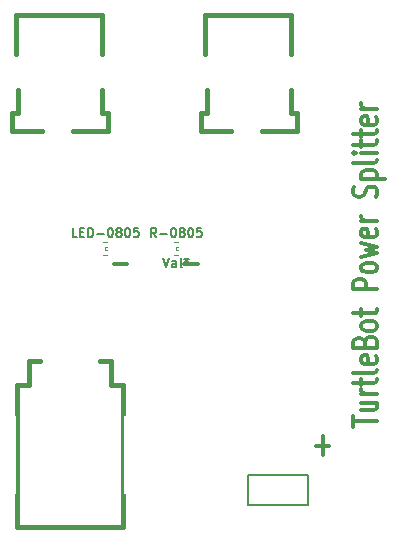
<source format=gto>
G04 (created by PCBNEW-RS274X (2011-05-25)-stable) date Wed 01 Feb 2012 12:44:35 PM EST*
G01*
G70*
G90*
%MOIN*%
G04 Gerber Fmt 3.4, Leading zero omitted, Abs format*
%FSLAX34Y34*%
G04 APERTURE LIST*
%ADD10C,0.006000*%
%ADD11C,0.012000*%
%ADD12C,0.002600*%
%ADD13C,0.004000*%
%ADD14C,0.002000*%
%ADD15C,0.015000*%
%ADD16C,0.005000*%
%ADD17C,0.010000*%
%ADD18R,0.067200X0.067200*%
%ADD19R,0.149900X0.193200*%
%ADD20R,0.173500X0.264100*%
%ADD21C,0.090900*%
%ADD22C,0.170000*%
%ADD23R,0.070000X0.135000*%
%ADD24R,0.155000X0.085000*%
%ADD25R,0.080000X0.080000*%
%ADD26C,0.080000*%
G04 APERTURE END LIST*
G54D10*
G54D11*
X48024Y-44885D02*
X48024Y-44542D01*
X48824Y-44713D02*
X48024Y-44713D01*
X48290Y-44085D02*
X48824Y-44085D01*
X48290Y-44342D02*
X48710Y-44342D01*
X48786Y-44314D01*
X48824Y-44256D01*
X48824Y-44171D01*
X48786Y-44114D01*
X48748Y-44085D01*
X48824Y-43799D02*
X48290Y-43799D01*
X48443Y-43799D02*
X48367Y-43771D01*
X48329Y-43742D01*
X48290Y-43685D01*
X48290Y-43628D01*
X48290Y-43514D02*
X48290Y-43285D01*
X48024Y-43428D02*
X48710Y-43428D01*
X48786Y-43400D01*
X48824Y-43342D01*
X48824Y-43285D01*
X48824Y-42999D02*
X48786Y-43057D01*
X48710Y-43085D01*
X48024Y-43085D01*
X48786Y-42543D02*
X48824Y-42600D01*
X48824Y-42714D01*
X48786Y-42771D01*
X48710Y-42800D01*
X48405Y-42800D01*
X48329Y-42771D01*
X48290Y-42714D01*
X48290Y-42600D01*
X48329Y-42543D01*
X48405Y-42514D01*
X48481Y-42514D01*
X48557Y-42800D01*
X48405Y-42057D02*
X48443Y-41971D01*
X48481Y-41943D01*
X48557Y-41914D01*
X48671Y-41914D01*
X48748Y-41943D01*
X48786Y-41971D01*
X48824Y-42029D01*
X48824Y-42257D01*
X48024Y-42257D01*
X48024Y-42057D01*
X48062Y-42000D01*
X48100Y-41971D01*
X48176Y-41943D01*
X48252Y-41943D01*
X48329Y-41971D01*
X48367Y-42000D01*
X48405Y-42057D01*
X48405Y-42257D01*
X48824Y-41571D02*
X48786Y-41629D01*
X48748Y-41657D01*
X48671Y-41686D01*
X48443Y-41686D01*
X48367Y-41657D01*
X48329Y-41629D01*
X48290Y-41571D01*
X48290Y-41486D01*
X48329Y-41429D01*
X48367Y-41400D01*
X48443Y-41371D01*
X48671Y-41371D01*
X48748Y-41400D01*
X48786Y-41429D01*
X48824Y-41486D01*
X48824Y-41571D01*
X48290Y-41200D02*
X48290Y-40971D01*
X48024Y-41114D02*
X48710Y-41114D01*
X48786Y-41086D01*
X48824Y-41028D01*
X48824Y-40971D01*
X48824Y-40314D02*
X48024Y-40314D01*
X48024Y-40086D01*
X48062Y-40028D01*
X48100Y-40000D01*
X48176Y-39971D01*
X48290Y-39971D01*
X48367Y-40000D01*
X48405Y-40028D01*
X48443Y-40086D01*
X48443Y-40314D01*
X48824Y-39628D02*
X48786Y-39686D01*
X48748Y-39714D01*
X48671Y-39743D01*
X48443Y-39743D01*
X48367Y-39714D01*
X48329Y-39686D01*
X48290Y-39628D01*
X48290Y-39543D01*
X48329Y-39486D01*
X48367Y-39457D01*
X48443Y-39428D01*
X48671Y-39428D01*
X48748Y-39457D01*
X48786Y-39486D01*
X48824Y-39543D01*
X48824Y-39628D01*
X48290Y-39228D02*
X48824Y-39114D01*
X48443Y-39000D01*
X48824Y-38885D01*
X48290Y-38771D01*
X48786Y-38314D02*
X48824Y-38371D01*
X48824Y-38485D01*
X48786Y-38542D01*
X48710Y-38571D01*
X48405Y-38571D01*
X48329Y-38542D01*
X48290Y-38485D01*
X48290Y-38371D01*
X48329Y-38314D01*
X48405Y-38285D01*
X48481Y-38285D01*
X48557Y-38571D01*
X48824Y-38028D02*
X48290Y-38028D01*
X48443Y-38028D02*
X48367Y-38000D01*
X48329Y-37971D01*
X48290Y-37914D01*
X48290Y-37857D01*
X48786Y-37229D02*
X48824Y-37143D01*
X48824Y-37000D01*
X48786Y-36943D01*
X48748Y-36914D01*
X48671Y-36886D01*
X48595Y-36886D01*
X48519Y-36914D01*
X48481Y-36943D01*
X48443Y-37000D01*
X48405Y-37114D01*
X48367Y-37172D01*
X48329Y-37200D01*
X48252Y-37229D01*
X48176Y-37229D01*
X48100Y-37200D01*
X48062Y-37172D01*
X48024Y-37114D01*
X48024Y-36972D01*
X48062Y-36886D01*
X48290Y-36629D02*
X49090Y-36629D01*
X48329Y-36629D02*
X48290Y-36572D01*
X48290Y-36458D01*
X48329Y-36401D01*
X48367Y-36372D01*
X48443Y-36343D01*
X48671Y-36343D01*
X48748Y-36372D01*
X48786Y-36401D01*
X48824Y-36458D01*
X48824Y-36572D01*
X48786Y-36629D01*
X48824Y-36000D02*
X48786Y-36058D01*
X48710Y-36086D01*
X48024Y-36086D01*
X48824Y-35772D02*
X48290Y-35772D01*
X48024Y-35772D02*
X48062Y-35801D01*
X48100Y-35772D01*
X48062Y-35744D01*
X48024Y-35772D01*
X48100Y-35772D01*
X48290Y-35572D02*
X48290Y-35343D01*
X48024Y-35486D02*
X48710Y-35486D01*
X48786Y-35458D01*
X48824Y-35400D01*
X48824Y-35343D01*
X48290Y-35229D02*
X48290Y-35000D01*
X48024Y-35143D02*
X48710Y-35143D01*
X48786Y-35115D01*
X48824Y-35057D01*
X48824Y-35000D01*
X48786Y-34572D02*
X48824Y-34629D01*
X48824Y-34743D01*
X48786Y-34800D01*
X48710Y-34829D01*
X48405Y-34829D01*
X48329Y-34800D01*
X48290Y-34743D01*
X48290Y-34629D01*
X48329Y-34572D01*
X48405Y-34543D01*
X48481Y-34543D01*
X48557Y-34829D01*
X48824Y-34286D02*
X48290Y-34286D01*
X48443Y-34286D02*
X48367Y-34258D01*
X48329Y-34229D01*
X48290Y-34172D01*
X48290Y-34115D01*
X46772Y-45519D02*
X47229Y-45519D01*
X47000Y-45824D02*
X47000Y-45214D01*
G54D12*
X42322Y-39063D02*
X42322Y-39191D01*
X42322Y-39191D02*
X42519Y-39191D01*
X42519Y-39063D02*
X42519Y-39191D01*
X42322Y-39063D02*
X42519Y-39063D01*
X42322Y-38818D02*
X42322Y-38877D01*
X42322Y-38877D02*
X42421Y-38877D01*
X42421Y-38818D02*
X42421Y-38877D01*
X42322Y-38818D02*
X42421Y-38818D01*
X42322Y-39013D02*
X42322Y-39072D01*
X42322Y-39072D02*
X42421Y-39072D01*
X42421Y-39013D02*
X42421Y-39072D01*
X42322Y-39013D02*
X42421Y-39013D01*
X42322Y-38867D02*
X42322Y-39023D01*
X42322Y-39023D02*
X42391Y-39023D01*
X42391Y-38867D02*
X42391Y-39023D01*
X42322Y-38867D02*
X42391Y-38867D01*
X41733Y-39063D02*
X41733Y-39191D01*
X41733Y-39191D02*
X41930Y-39191D01*
X41930Y-39063D02*
X41930Y-39191D01*
X41733Y-39063D02*
X41930Y-39063D01*
X41733Y-38699D02*
X41733Y-38827D01*
X41733Y-38827D02*
X41930Y-38827D01*
X41930Y-38699D02*
X41930Y-38827D01*
X41733Y-38699D02*
X41930Y-38699D01*
X41831Y-39013D02*
X41831Y-39072D01*
X41831Y-39072D02*
X41930Y-39072D01*
X41930Y-39013D02*
X41930Y-39072D01*
X41831Y-39013D02*
X41930Y-39013D01*
X41831Y-38818D02*
X41831Y-38877D01*
X41831Y-38877D02*
X41930Y-38877D01*
X41930Y-38818D02*
X41930Y-38877D01*
X41831Y-38818D02*
X41930Y-38818D01*
X41861Y-38867D02*
X41861Y-39023D01*
X41861Y-39023D02*
X41930Y-39023D01*
X41930Y-38867D02*
X41930Y-39023D01*
X41861Y-38867D02*
X41930Y-38867D01*
X42126Y-38906D02*
X42126Y-38984D01*
X42126Y-38984D02*
X42204Y-38984D01*
X42204Y-38906D02*
X42204Y-38984D01*
X42126Y-38906D02*
X42204Y-38906D01*
X42322Y-38709D02*
X42322Y-38827D01*
X42322Y-38827D02*
X42440Y-38827D01*
X42440Y-38709D02*
X42440Y-38827D01*
X42322Y-38709D02*
X42440Y-38709D01*
X42490Y-38699D02*
X42490Y-38788D01*
X42490Y-38788D02*
X42519Y-38788D01*
X42519Y-38699D02*
X42519Y-38788D01*
X42490Y-38699D02*
X42519Y-38699D01*
G54D13*
X42332Y-39171D02*
X41920Y-39171D01*
X41930Y-38719D02*
X42490Y-38719D01*
G54D14*
X42488Y-38768D02*
X42487Y-38773D01*
X42485Y-38778D01*
X42483Y-38783D01*
X42479Y-38787D01*
X42475Y-38791D01*
X42470Y-38793D01*
X42465Y-38795D01*
X42460Y-38795D01*
X42455Y-38795D01*
X42450Y-38793D01*
X42445Y-38791D01*
X42441Y-38788D01*
X42437Y-38783D01*
X42435Y-38779D01*
X42433Y-38773D01*
X42433Y-38768D01*
X42433Y-38763D01*
X42434Y-38758D01*
X42437Y-38753D01*
X42440Y-38749D01*
X42445Y-38746D01*
X42449Y-38743D01*
X42454Y-38741D01*
X42460Y-38741D01*
X42464Y-38741D01*
X42470Y-38742D01*
X42475Y-38745D01*
X42479Y-38748D01*
X42482Y-38752D01*
X42485Y-38757D01*
X42487Y-38762D01*
X42487Y-38768D01*
X42488Y-38768D01*
G54D13*
X42519Y-38808D02*
X42508Y-38809D01*
X42496Y-38811D01*
X42484Y-38813D01*
X42473Y-38817D01*
X42462Y-38821D01*
X42451Y-38827D01*
X42441Y-38833D01*
X42431Y-38841D01*
X42423Y-38849D01*
X42415Y-38857D01*
X42407Y-38867D01*
X42401Y-38877D01*
X42395Y-38888D01*
X42391Y-38899D01*
X42387Y-38910D01*
X42385Y-38922D01*
X42383Y-38934D01*
X42382Y-38945D01*
X42383Y-38956D01*
X42385Y-38968D01*
X42387Y-38980D01*
X42391Y-38991D01*
X42395Y-39002D01*
X42401Y-39013D01*
X42407Y-39023D01*
X42415Y-39033D01*
X42423Y-39041D01*
X42431Y-39049D01*
X42441Y-39057D01*
X42451Y-39063D01*
X42462Y-39069D01*
X42473Y-39073D01*
X42484Y-39077D01*
X42496Y-39079D01*
X42508Y-39081D01*
X42519Y-39082D01*
X41733Y-39082D02*
X41744Y-39081D01*
X41756Y-39079D01*
X41768Y-39077D01*
X41779Y-39073D01*
X41790Y-39069D01*
X41801Y-39063D01*
X41811Y-39057D01*
X41821Y-39049D01*
X41829Y-39041D01*
X41837Y-39033D01*
X41845Y-39023D01*
X41851Y-39013D01*
X41857Y-39002D01*
X41861Y-38991D01*
X41865Y-38980D01*
X41867Y-38968D01*
X41869Y-38956D01*
X41870Y-38945D01*
X41869Y-38934D01*
X41867Y-38922D01*
X41865Y-38910D01*
X41861Y-38899D01*
X41857Y-38888D01*
X41851Y-38877D01*
X41845Y-38867D01*
X41837Y-38857D01*
X41829Y-38849D01*
X41821Y-38841D01*
X41811Y-38833D01*
X41801Y-38827D01*
X41790Y-38821D01*
X41779Y-38817D01*
X41768Y-38813D01*
X41756Y-38811D01*
X41744Y-38809D01*
X41733Y-38808D01*
G54D12*
X39960Y-39063D02*
X39960Y-39191D01*
X39960Y-39191D02*
X40157Y-39191D01*
X40157Y-39063D02*
X40157Y-39191D01*
X39960Y-39063D02*
X40157Y-39063D01*
X39960Y-38818D02*
X39960Y-38877D01*
X39960Y-38877D02*
X40059Y-38877D01*
X40059Y-38818D02*
X40059Y-38877D01*
X39960Y-38818D02*
X40059Y-38818D01*
X39960Y-39013D02*
X39960Y-39072D01*
X39960Y-39072D02*
X40059Y-39072D01*
X40059Y-39013D02*
X40059Y-39072D01*
X39960Y-39013D02*
X40059Y-39013D01*
X39960Y-38867D02*
X39960Y-39023D01*
X39960Y-39023D02*
X40029Y-39023D01*
X40029Y-38867D02*
X40029Y-39023D01*
X39960Y-38867D02*
X40029Y-38867D01*
X39371Y-39063D02*
X39371Y-39191D01*
X39371Y-39191D02*
X39568Y-39191D01*
X39568Y-39063D02*
X39568Y-39191D01*
X39371Y-39063D02*
X39568Y-39063D01*
X39371Y-38699D02*
X39371Y-38827D01*
X39371Y-38827D02*
X39568Y-38827D01*
X39568Y-38699D02*
X39568Y-38827D01*
X39371Y-38699D02*
X39568Y-38699D01*
X39469Y-39013D02*
X39469Y-39072D01*
X39469Y-39072D02*
X39568Y-39072D01*
X39568Y-39013D02*
X39568Y-39072D01*
X39469Y-39013D02*
X39568Y-39013D01*
X39469Y-38818D02*
X39469Y-38877D01*
X39469Y-38877D02*
X39568Y-38877D01*
X39568Y-38818D02*
X39568Y-38877D01*
X39469Y-38818D02*
X39568Y-38818D01*
X39499Y-38867D02*
X39499Y-39023D01*
X39499Y-39023D02*
X39568Y-39023D01*
X39568Y-38867D02*
X39568Y-39023D01*
X39499Y-38867D02*
X39568Y-38867D01*
X39764Y-38906D02*
X39764Y-38984D01*
X39764Y-38984D02*
X39842Y-38984D01*
X39842Y-38906D02*
X39842Y-38984D01*
X39764Y-38906D02*
X39842Y-38906D01*
X39960Y-38709D02*
X39960Y-38827D01*
X39960Y-38827D02*
X40078Y-38827D01*
X40078Y-38709D02*
X40078Y-38827D01*
X39960Y-38709D02*
X40078Y-38709D01*
X40128Y-38699D02*
X40128Y-38788D01*
X40128Y-38788D02*
X40157Y-38788D01*
X40157Y-38699D02*
X40157Y-38788D01*
X40128Y-38699D02*
X40157Y-38699D01*
G54D13*
X39970Y-39171D02*
X39558Y-39171D01*
X39568Y-38719D02*
X40128Y-38719D01*
G54D14*
X40126Y-38768D02*
X40125Y-38773D01*
X40123Y-38778D01*
X40121Y-38783D01*
X40117Y-38787D01*
X40113Y-38791D01*
X40108Y-38793D01*
X40103Y-38795D01*
X40098Y-38795D01*
X40093Y-38795D01*
X40088Y-38793D01*
X40083Y-38791D01*
X40079Y-38788D01*
X40075Y-38783D01*
X40073Y-38779D01*
X40071Y-38773D01*
X40071Y-38768D01*
X40071Y-38763D01*
X40072Y-38758D01*
X40075Y-38753D01*
X40078Y-38749D01*
X40083Y-38746D01*
X40087Y-38743D01*
X40092Y-38741D01*
X40098Y-38741D01*
X40102Y-38741D01*
X40108Y-38742D01*
X40113Y-38745D01*
X40117Y-38748D01*
X40120Y-38752D01*
X40123Y-38757D01*
X40125Y-38762D01*
X40125Y-38768D01*
X40126Y-38768D01*
G54D13*
X40157Y-38808D02*
X40146Y-38809D01*
X40134Y-38811D01*
X40122Y-38813D01*
X40111Y-38817D01*
X40100Y-38821D01*
X40089Y-38827D01*
X40079Y-38833D01*
X40069Y-38841D01*
X40061Y-38849D01*
X40053Y-38857D01*
X40045Y-38867D01*
X40039Y-38877D01*
X40033Y-38888D01*
X40029Y-38899D01*
X40025Y-38910D01*
X40023Y-38922D01*
X40021Y-38934D01*
X40020Y-38945D01*
X40021Y-38956D01*
X40023Y-38968D01*
X40025Y-38980D01*
X40029Y-38991D01*
X40033Y-39002D01*
X40039Y-39013D01*
X40045Y-39023D01*
X40053Y-39033D01*
X40061Y-39041D01*
X40069Y-39049D01*
X40079Y-39057D01*
X40089Y-39063D01*
X40100Y-39069D01*
X40111Y-39073D01*
X40122Y-39077D01*
X40134Y-39079D01*
X40146Y-39081D01*
X40157Y-39082D01*
X39371Y-39082D02*
X39382Y-39081D01*
X39394Y-39079D01*
X39406Y-39077D01*
X39417Y-39073D01*
X39428Y-39069D01*
X39439Y-39063D01*
X39449Y-39057D01*
X39459Y-39049D01*
X39467Y-39041D01*
X39475Y-39033D01*
X39483Y-39023D01*
X39489Y-39013D01*
X39495Y-39002D01*
X39499Y-38991D01*
X39503Y-38980D01*
X39505Y-38968D01*
X39507Y-38956D01*
X39508Y-38945D01*
X39507Y-38934D01*
X39505Y-38922D01*
X39503Y-38910D01*
X39499Y-38899D01*
X39495Y-38888D01*
X39489Y-38877D01*
X39483Y-38867D01*
X39475Y-38857D01*
X39467Y-38849D01*
X39459Y-38841D01*
X39449Y-38833D01*
X39439Y-38827D01*
X39428Y-38821D01*
X39417Y-38817D01*
X39406Y-38813D01*
X39394Y-38811D01*
X39382Y-38809D01*
X39371Y-38808D01*
G54D15*
X39961Y-43503D02*
X40355Y-43503D01*
X40355Y-43503D02*
X40355Y-48228D01*
X36811Y-48228D02*
X36811Y-43503D01*
X36811Y-43503D02*
X37205Y-43503D01*
X37599Y-42716D02*
X37205Y-42716D01*
X37205Y-42716D02*
X37205Y-43503D01*
X39961Y-43503D02*
X39961Y-42716D01*
X39961Y-42716D02*
X39567Y-42716D01*
X36811Y-48228D02*
X40355Y-48228D01*
X44988Y-35021D02*
X46138Y-35021D01*
X46138Y-35021D02*
X46138Y-34421D01*
X46138Y-34421D02*
X45938Y-34421D01*
X45938Y-34421D02*
X45938Y-33671D01*
X43138Y-34421D02*
X43138Y-33671D01*
X43138Y-34421D02*
X42938Y-34421D01*
X42938Y-34421D02*
X42938Y-35021D01*
X42938Y-35021D02*
X43938Y-35021D01*
X43088Y-32471D02*
X43088Y-31171D01*
X43088Y-31171D02*
X45938Y-31171D01*
X45938Y-31171D02*
X45938Y-32471D01*
G54D10*
X44500Y-47500D02*
X44500Y-46500D01*
X44500Y-46500D02*
X46500Y-46500D01*
X46500Y-46500D02*
X46500Y-47500D01*
X46500Y-47500D02*
X44500Y-47500D01*
G54D15*
X38689Y-35021D02*
X39839Y-35021D01*
X39839Y-35021D02*
X39839Y-34421D01*
X39839Y-34421D02*
X39639Y-34421D01*
X39639Y-34421D02*
X39639Y-33671D01*
X36839Y-34421D02*
X36839Y-33671D01*
X36839Y-34421D02*
X36639Y-34421D01*
X36639Y-34421D02*
X36639Y-35021D01*
X36639Y-35021D02*
X37639Y-35021D01*
X36789Y-32471D02*
X36789Y-31171D01*
X36789Y-31171D02*
X39639Y-31171D01*
X39639Y-31171D02*
X39639Y-32471D01*
G54D16*
X41462Y-38566D02*
X41362Y-38424D01*
X41290Y-38566D02*
X41290Y-38266D01*
X41405Y-38266D01*
X41433Y-38281D01*
X41448Y-38295D01*
X41462Y-38324D01*
X41462Y-38366D01*
X41448Y-38395D01*
X41433Y-38409D01*
X41405Y-38424D01*
X41290Y-38424D01*
X41590Y-38452D02*
X41819Y-38452D01*
X42019Y-38266D02*
X42047Y-38266D01*
X42076Y-38281D01*
X42090Y-38295D01*
X42104Y-38324D01*
X42119Y-38381D01*
X42119Y-38452D01*
X42104Y-38509D01*
X42090Y-38538D01*
X42076Y-38552D01*
X42047Y-38566D01*
X42019Y-38566D01*
X41990Y-38552D01*
X41976Y-38538D01*
X41961Y-38509D01*
X41947Y-38452D01*
X41947Y-38381D01*
X41961Y-38324D01*
X41976Y-38295D01*
X41990Y-38281D01*
X42019Y-38266D01*
X42290Y-38395D02*
X42262Y-38381D01*
X42247Y-38366D01*
X42233Y-38338D01*
X42233Y-38324D01*
X42247Y-38295D01*
X42262Y-38281D01*
X42290Y-38266D01*
X42347Y-38266D01*
X42376Y-38281D01*
X42390Y-38295D01*
X42405Y-38324D01*
X42405Y-38338D01*
X42390Y-38366D01*
X42376Y-38381D01*
X42347Y-38395D01*
X42290Y-38395D01*
X42262Y-38409D01*
X42247Y-38424D01*
X42233Y-38452D01*
X42233Y-38509D01*
X42247Y-38538D01*
X42262Y-38552D01*
X42290Y-38566D01*
X42347Y-38566D01*
X42376Y-38552D01*
X42390Y-38538D01*
X42405Y-38509D01*
X42405Y-38452D01*
X42390Y-38424D01*
X42376Y-38409D01*
X42347Y-38395D01*
X42591Y-38266D02*
X42619Y-38266D01*
X42648Y-38281D01*
X42662Y-38295D01*
X42676Y-38324D01*
X42691Y-38381D01*
X42691Y-38452D01*
X42676Y-38509D01*
X42662Y-38538D01*
X42648Y-38552D01*
X42619Y-38566D01*
X42591Y-38566D01*
X42562Y-38552D01*
X42548Y-38538D01*
X42533Y-38509D01*
X42519Y-38452D01*
X42519Y-38381D01*
X42533Y-38324D01*
X42548Y-38295D01*
X42562Y-38281D01*
X42591Y-38266D01*
X42962Y-38266D02*
X42819Y-38266D01*
X42805Y-38409D01*
X42819Y-38395D01*
X42848Y-38381D01*
X42919Y-38381D01*
X42948Y-38395D01*
X42962Y-38409D01*
X42977Y-38438D01*
X42977Y-38509D01*
X42962Y-38538D01*
X42948Y-38552D01*
X42919Y-38566D01*
X42848Y-38566D01*
X42819Y-38552D01*
X42805Y-38538D01*
X41698Y-39266D02*
X41798Y-39566D01*
X41898Y-39266D01*
X42126Y-39566D02*
X42126Y-39409D01*
X42112Y-39381D01*
X42083Y-39366D01*
X42026Y-39366D01*
X41997Y-39381D01*
X42126Y-39552D02*
X42097Y-39566D01*
X42026Y-39566D01*
X41997Y-39552D01*
X41983Y-39524D01*
X41983Y-39495D01*
X41997Y-39466D01*
X42026Y-39452D01*
X42097Y-39452D01*
X42126Y-39438D01*
X42311Y-39566D02*
X42283Y-39552D01*
X42268Y-39524D01*
X42268Y-39266D01*
X42468Y-39266D02*
X42468Y-39338D01*
X42397Y-39309D02*
X42468Y-39338D01*
X42540Y-39309D01*
X42425Y-39395D02*
X42468Y-39338D01*
X42511Y-39395D01*
G54D11*
X42398Y-39459D02*
X42855Y-39459D01*
G54D16*
X38814Y-38566D02*
X38671Y-38566D01*
X38671Y-38266D01*
X38914Y-38409D02*
X39014Y-38409D01*
X39057Y-38566D02*
X38914Y-38566D01*
X38914Y-38266D01*
X39057Y-38266D01*
X39185Y-38566D02*
X39185Y-38266D01*
X39257Y-38266D01*
X39300Y-38281D01*
X39328Y-38309D01*
X39343Y-38338D01*
X39357Y-38395D01*
X39357Y-38438D01*
X39343Y-38495D01*
X39328Y-38524D01*
X39300Y-38552D01*
X39257Y-38566D01*
X39185Y-38566D01*
X39485Y-38452D02*
X39714Y-38452D01*
X39914Y-38266D02*
X39942Y-38266D01*
X39971Y-38281D01*
X39985Y-38295D01*
X39999Y-38324D01*
X40014Y-38381D01*
X40014Y-38452D01*
X39999Y-38509D01*
X39985Y-38538D01*
X39971Y-38552D01*
X39942Y-38566D01*
X39914Y-38566D01*
X39885Y-38552D01*
X39871Y-38538D01*
X39856Y-38509D01*
X39842Y-38452D01*
X39842Y-38381D01*
X39856Y-38324D01*
X39871Y-38295D01*
X39885Y-38281D01*
X39914Y-38266D01*
X40185Y-38395D02*
X40157Y-38381D01*
X40142Y-38366D01*
X40128Y-38338D01*
X40128Y-38324D01*
X40142Y-38295D01*
X40157Y-38281D01*
X40185Y-38266D01*
X40242Y-38266D01*
X40271Y-38281D01*
X40285Y-38295D01*
X40300Y-38324D01*
X40300Y-38338D01*
X40285Y-38366D01*
X40271Y-38381D01*
X40242Y-38395D01*
X40185Y-38395D01*
X40157Y-38409D01*
X40142Y-38424D01*
X40128Y-38452D01*
X40128Y-38509D01*
X40142Y-38538D01*
X40157Y-38552D01*
X40185Y-38566D01*
X40242Y-38566D01*
X40271Y-38552D01*
X40285Y-38538D01*
X40300Y-38509D01*
X40300Y-38452D01*
X40285Y-38424D01*
X40271Y-38409D01*
X40242Y-38395D01*
X40486Y-38266D02*
X40514Y-38266D01*
X40543Y-38281D01*
X40557Y-38295D01*
X40571Y-38324D01*
X40586Y-38381D01*
X40586Y-38452D01*
X40571Y-38509D01*
X40557Y-38538D01*
X40543Y-38552D01*
X40514Y-38566D01*
X40486Y-38566D01*
X40457Y-38552D01*
X40443Y-38538D01*
X40428Y-38509D01*
X40414Y-38452D01*
X40414Y-38381D01*
X40428Y-38324D01*
X40443Y-38295D01*
X40457Y-38281D01*
X40486Y-38266D01*
X40857Y-38266D02*
X40714Y-38266D01*
X40700Y-38409D01*
X40714Y-38395D01*
X40743Y-38381D01*
X40814Y-38381D01*
X40843Y-38395D01*
X40857Y-38409D01*
X40872Y-38438D01*
X40872Y-38509D01*
X40857Y-38538D01*
X40843Y-38552D01*
X40814Y-38566D01*
X40743Y-38566D01*
X40714Y-38552D01*
X40700Y-38538D01*
G54D11*
X40036Y-39459D02*
X40493Y-39459D01*
G54D17*
G54D16*
G54D11*
G54D10*
G54D16*
G54D11*
%LPC*%
G54D18*
X41713Y-38945D03*
X42539Y-38945D03*
X39351Y-38945D03*
X40177Y-38945D03*
G54D19*
X38583Y-42126D03*
G54D20*
X35906Y-45826D03*
X41260Y-45826D03*
G54D21*
X38583Y-47047D03*
G54D22*
X33662Y-32480D03*
X48819Y-32480D03*
X48780Y-47226D03*
X33662Y-47244D03*
G54D23*
X44488Y-35221D03*
X44488Y-37021D03*
G54D24*
X43038Y-33071D03*
X45938Y-33071D03*
G54D25*
X45000Y-47000D03*
G54D26*
X46000Y-47000D03*
G54D23*
X38189Y-35221D03*
X38189Y-37021D03*
G54D24*
X36739Y-33071D03*
X39639Y-33071D03*
M02*

</source>
